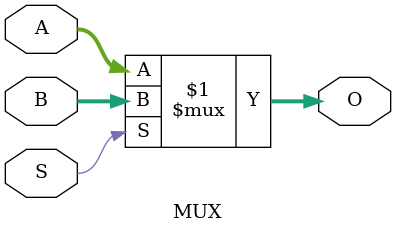
<source format=v>
`timescale 1ns / 1ps

module MUX #(parameter N=8)(
	input [N-1:0] A,
	input [N-1:0] B,
	input S,
	output [N-1:0] O
);

	assign O = S ? B : A;

endmodule


</source>
